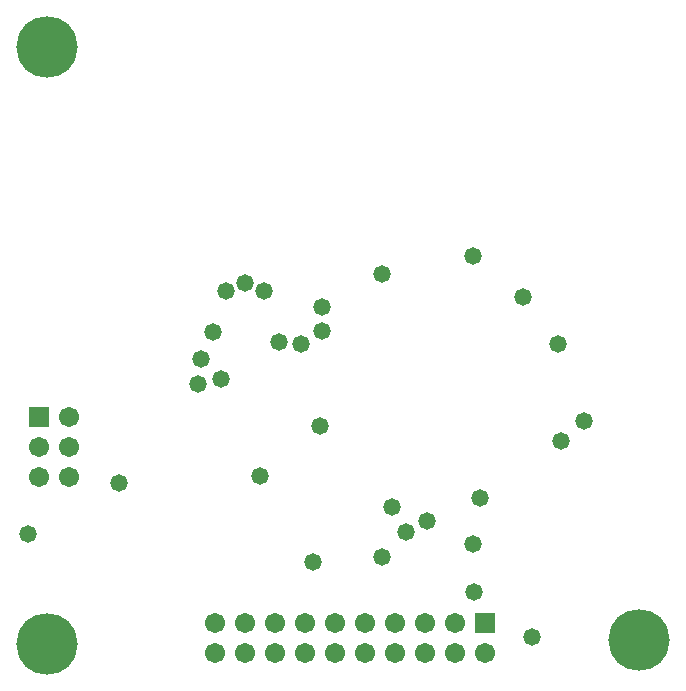
<source format=gbs>
%FSLAX24Y24*%
%MOIN*%
%SFA1B1*%

%IPPOS*%
%ADD41C,0.067100*%
%ADD42R,0.067100X0.067100*%
%ADD43R,0.067100X0.067100*%
%ADD44C,0.204900*%
%ADD45C,0.058000*%
%LNapdet-1*%
%LPD*%
G54D41*
X6984Y1087D03*
Y2087D03*
X7984Y1087D03*
Y2087D03*
X8984Y1087D03*
Y2087D03*
X9984Y1087D03*
Y2087D03*
X10984Y1087D03*
Y2087D03*
X11984Y1087D03*
Y2087D03*
X12984Y1087D03*
Y2087D03*
X13984Y1087D03*
Y2087D03*
X14984Y1087D03*
Y2087D03*
X15984Y1087D03*
X2106Y8933D03*
X1106Y7933D03*
X2106D03*
X1106Y6933D03*
X2106D03*
G54D42*
X15984Y2087D03*
G54D43*
X1106Y8933D03*
G54D44*
X21102Y1496D03*
X1378Y1378D03*
Y21260D03*
G54D45*
X14035Y5463D03*
X12530Y13711D03*
X15571Y14321D03*
X19282Y8799D03*
X18504Y8140D03*
X18415Y11378D03*
X17244Y12943D03*
X9843Y11358D03*
X15581Y4715D03*
X15807Y6240D03*
X15620Y3100D03*
X10532Y11811D03*
X6516Y10886D03*
X9124Y11437D03*
X6919Y11782D03*
X10236Y4094D03*
X17539Y1594D03*
X6417Y10049D03*
X10463Y8642D03*
X12530Y4281D03*
X7175Y10207D03*
X8465Y6959D03*
X758Y5039D03*
X3760Y6752D03*
X12864Y5935D03*
X13346Y5118D03*
X7343Y13150D03*
X8602Y13140D03*
X7992Y13406D03*
X10541Y12608D03*
M02*
</source>
